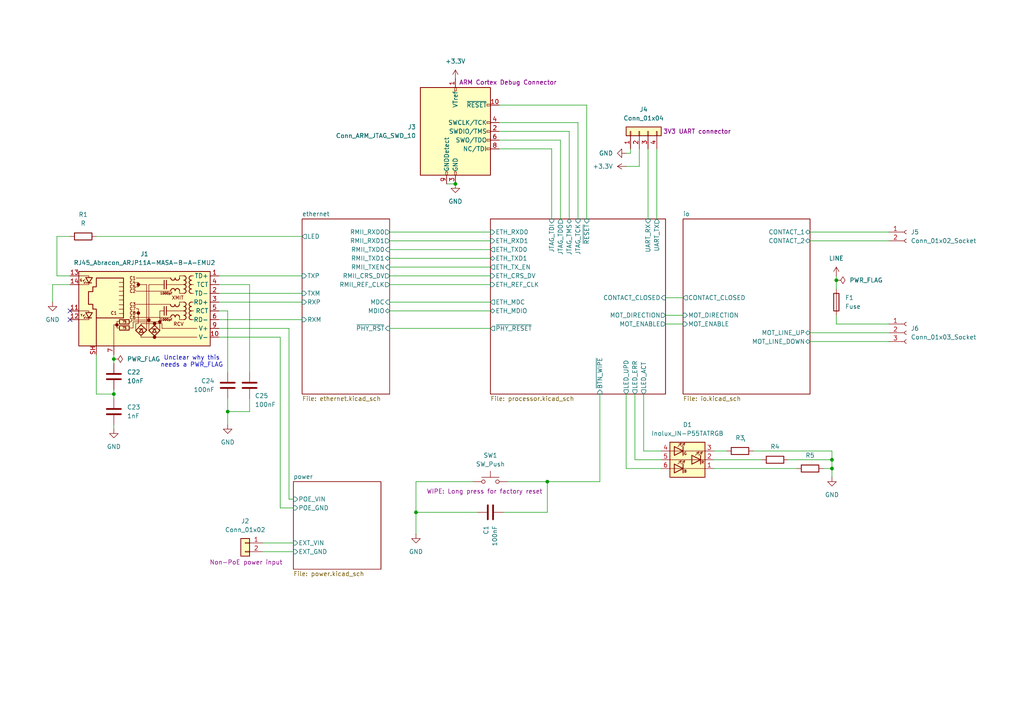
<source format=kicad_sch>
(kicad_sch (version 20250114) (generator "eeschema") (generator_version "9.0")
  (paper "A4")
  (title_block (title "iot-contact"))
  (lib_symbols
    (symbol "Connector:Conn_01x02_Socket" (pin_names (offset 1.016) (hide yes))
      (property "Reference" "J" (at 0 2.54 0))
      (property "Value" "Conn_01x02_Socket" (at 0 -5.08 0))
      (symbol "Conn_01x02_Socket_1_1"
        (polyline (pts (xy -1.27 0) (xy -0.508 0)) (stroke (width 0.1524)))
        (polyline (pts (xy -1.27 -2.54) (xy -0.508 -2.54)) (stroke (width 0.1524)))
        (arc (start 0 -0.508) (mid -0.5058 0) (end 0 0.508) (stroke (width 0.1524)))
        (arc (start 0 -3.048) (mid -0.5058 -2.54) (end 0 -2.032) (stroke (width 0.1524)))
        (pin passive line (at -5.08 0 0) (length 3.81) (name "Pin_1") (number "1"))
        (pin passive line (at -5.08 -2.54 0) (length 3.81) (name "Pin_2") (number "2"))
      )
    )
    (symbol "Connector:Conn_01x03_Socket" (pin_names (offset 1.016) (hide yes))
      (property "Reference" "J" (at 0 5.08 0))
      (property "Value" "Conn_01x03_Socket" (at 0 -5.08 0))
      (symbol "Conn_01x03_Socket_1_1"
        (polyline (pts (xy -1.27 2.54) (xy -0.508 2.54)) (stroke (width 0.1524)))
        (polyline (pts (xy -1.27 0) (xy -0.508 0)) (stroke (width 0.1524)))
        (polyline (pts (xy -1.27 -2.54) (xy -0.508 -2.54)) (stroke (width 0.1524)))
        (arc (start 0 2.032) (mid -0.5058 2.54) (end 0 3.048) (stroke (width 0.1524)))
        (arc (start 0 -0.508) (mid -0.5058 0) (end 0 0.508) (stroke (width 0.1524)))
        (arc (start 0 -3.048) (mid -0.5058 -2.54) (end 0 -2.032) (stroke (width 0.1524)))
        (pin passive line (at -5.08 2.54 0) (length 3.81) (name "Pin_1") (number "1"))
        (pin passive line (at -5.08 0 0) (length 3.81) (name "Pin_2") (number "2"))
        (pin passive line (at -5.08 -2.54 0) (length 3.81) (name "Pin_3") (number "3"))
      )
    )
    (symbol "Connector:Conn_ARM_JTAG_SWD_10" (pin_names (offset 1.016))
      (property "Reference" "J" (at -2.54 16.51 0))
      (property "Value" "Conn_ARM_JTAG_SWD_10" (at -2.54 13.97 0))
      (symbol "Conn_ARM_JTAG_SWD_10_0_1"
        (rectangle (start -10.16 12.7) (end 10.16 -12.7) (stroke (width 0.254)) (fill (type background)))
        (rectangle (start -2.794 -12.7) (end -2.286 -11.684))
        (rectangle (start -0.254 12.7) (end 0.254 11.684))
        (rectangle (start -0.254 -12.7) (end 0.254 -11.684))
        (rectangle (start 9.144 2.286) (end 10.16 2.794))
        (rectangle (start 10.16 7.874) (end 9.144 7.366))
        (rectangle (start 10.16 -0.254) (end 9.144 0.254))
        (rectangle (start 10.16 -2.794) (end 9.144 -2.286))
      )
      (symbol "Conn_ARM_JTAG_SWD_10_1_1"
        (rectangle (start 9.144 -5.334) (end 10.16 -4.826))
        (pin no_connect line (at -10.16 0 0) (length 2.54) (hide yes) (name "KEY") (number "7"))
        (pin passive line (at -2.54 -15.24 90) (length 2.54) (name "GNDDetect") (number "9"))
        (pin power_in line (at 0 15.24 270) (length 2.54) (name "VTref") (number "1"))
        (pin power_in line (at 0 -15.24 90) (length 2.54) (name "GND") (number "3"))
        (pin passive line (at 0 -15.24 90) (length 2.54) (hide yes) (name "GND") (number "5"))
        (pin open_collector line (at 12.7 7.62 180) (length 2.54) (name "~{RESET}") (number "10"))
        (pin output line (at 12.7 2.54 180) (length 2.54) (name "SWCLK/TCK") (number "4"))
        (pin bidirectional line (at 12.7 0 180) (length 2.54) (name "SWDIO/TMS") (number "2"))
        (pin input line (at 12.7 -2.54 180) (length 2.54) (name "SWO/TDO") (number "6"))
        (pin output line (at 12.7 -5.08 180) (length 2.54) (name "NC/TDI") (number "8"))
      )
    )
    (symbol "Connector:RJ45_Abracon_ARJP11A-MASA-B-A-EMU2"
      (property "Reference" "J" (at 18.415 12.7 0))
      (property "Value" "RJ45_Abracon_ARJP11A-MASA-B-A-EMU2" (at -4.445 12.7 0))
      (symbol "RJ45_Abracon_ARJP11A-MASA-B-A-EMU2_0_0"
        (polyline (pts (xy -5.08 8.89) (xy -5.08 6.35)) (stroke (width 0.254)))
        (polyline (pts (xy -5.08 1.27) (xy -5.08 -1.27)) (stroke (width 0.254)))
        (polyline (pts (xy -4.445 8.89) (xy -4.445 6.35)) (stroke (width 0.254)))
        (polyline (pts (xy -4.445 1.27) (xy -4.445 -1.27)) (stroke (width 0.254)))
        (circle (center -3.175 -3.175) (radius 0.0001) (stroke (width 0.508)))
        (circle (center -1.651 -3.683) (radius 0.0001) (stroke (width 0.508)))
        (circle (center -1.651 -7.62) (radius 0.0001) (stroke (width 0.508)))
        (circle (center 0 -2.667) (radius 0.0001) (stroke (width 0.508)))
        (circle (center 3.048 7.62) (radius 0.0001) (stroke (width 0.508)))
        (circle (center 3.048 -0.635) (radius 0.0001) (stroke (width 0.508)))
        (polyline (pts (xy 3.683 8.255) (xy 3.048 8.255) (xy 3.048 6.985) (xy 3.683 6.985)))
        (polyline (pts (xy 3.683 0.635) (xy 3.048 0.635) (xy 3.048 -0.635) (xy 3.683 -0.635)))
        (polyline (pts (xy 8.636 -4.953) (xy 9.271 -4.953) (xy 9.271 -3.048) (xy 8.636 -3.048)))
        (polyline (pts (xy 9.271 -4.064) (xy 10.16 -4.064)))
        (circle (center 9.271 -4.064) (radius 0.0001) (stroke (width 0.508)))
        (polyline (pts (xy 17.399 9.652) (xy 17.399 10.16) (xy 20.32 10.16)))
        (polyline (pts (xy 17.399 -0.508) (xy 17.399 0) (xy 20.32 0)))
        (polyline (pts (xy 20.32 7.62) (xy 17.399 7.62) (xy 17.399 8.128)))
        (polyline (pts (xy 20.32 -2.54) (xy 17.399 -2.54) (xy 17.399 -2.032)))
        (text "XMIT" (at -10.16 3.81 0) (effects (font (size 1.016 1.016)) (justify left)))
        (text "RCV" (at -10.16 -3.81 0) (effects (font (size 1.016 1.016)) (justify left)))
        (text "C1" (at 4.699 9.525 0) (effects (font (size 0.889 0.889))))
        (text "C4" (at 4.699 8.255 0) (effects (font (size 0.889 0.889))))
        (text "C5" (at 4.699 6.985 0) (effects (font (size 0.889 0.889))))
        (text "C2" (at 4.699 5.715 0) (effects (font (size 0.889 0.889))))
        (text "C3" (at 4.699 1.905 0) (effects (font (size 0.889 0.889))))
        (text "C7" (at 4.699 0.635 0) (effects (font (size 0.889 0.889))))
        (text "C8" (at 4.699 -0.635 0) (effects (font (size 0.889 0.889))))
        (text "C6" (at 4.699 -1.905 0) (effects (font (size 0.889 0.889))))
        (text "C1" (at 10.16 -0.635 0) (effects (font (size 0.889 0.889))))
      )
      (symbol "RJ45_Abracon_ARJP11A-MASA-B-A-EMU2_0_1"
        (rectangle (start -17.78 11.43) (end 20.32 -10.16) (stroke (width 0.254)) (fill (type background)))
        (polyline (pts (xy -12.3163 10.16) (xy -12.9513 10.16)))
        (polyline (pts (xy -12.3163 7.62) (xy -12.9513 7.62)))
        (polyline (pts (xy -12.3163 5.08) (xy -12.9513 5.08)))
        (polyline (pts (xy -12.3163 2.54) (xy -12.9513 2.54)))
        (polyline (pts (xy -12.3163 0) (xy -12.9513 0)))
        (polyline (pts (xy -12.3163 -2.54) (xy -12.9513 -2.54)))
        (polyline (pts (xy -10.16 10.16) (xy -8.89 10.16) (xy -8.89 9.525)))
        (polyline (pts (xy -10.16 2.54) (xy -8.89 2.54) (xy -8.89 1.905)))
        (polyline (pts (xy -8.89 5.715) (xy -8.89 5.08) (xy -10.16 5.08)))
        (polyline (pts (xy -8.89 -1.905) (xy -8.89 -2.54) (xy -10.16 -2.54)))
        (polyline (pts (xy -6.35 9.525) (xy 3.683 9.525)))
        (polyline (pts (xy -6.35 5.715) (xy 3.683 5.715)))
        (polyline (pts (xy -6.35 -1.905) (xy 3.683 -1.905)))
        (polyline (pts (xy -6.223 1.905) (xy 3.683 1.905)))
        (polyline (pts (xy -5.08 7.62) (xy -10.16 7.62)))
        (polyline (pts (xy -5.08 0) (xy -10.16 0)))
        (polyline (pts (xy -4.445 7.62) (xy 0 7.62) (xy 0 -5.715)))
        (polyline (pts (xy -4.445 0) (xy -3.175 0) (xy -3.175 -5.715)))
        (polyline (pts (xy 7.366 5.715) (xy 8.636 5.715)))
        (polyline (pts (xy 7.366 4.445) (xy 8.636 4.445)))
        (polyline (pts (xy 7.366 3.175) (xy 8.636 3.175)))
        (polyline (pts (xy 7.366 1.778) (xy 8.636 1.778)))
        (polyline (pts (xy 7.366 0.508) (xy 8.636 0.508)))
        (polyline (pts (xy 8.636 8.255) (xy 7.366 8.255)))
        (polyline (pts (xy 8.636 6.985) (xy 7.366 6.985)))
        (polyline (pts (xy 8.636 -0.762) (xy 7.366 -0.762)))
      )
      (symbol "RJ45_Abracon_ARJP11A-MASA-B-A-EMU2_1_0"
        (text "1000pF" (at -5.08 5.08 0) (effects (font (size 0.635 0.635))))
        (text "1000pF" (at -5.08 -2.54 0) (effects (font (size 0.635 0.635))))
      )
      (symbol "RJ45_Abracon_ARJP11A-MASA-B-A-EMU2_1_1"
        (polyline (pts (xy -13.97 -5.08) (xy -3.81 -5.08)))
        (polyline (pts (xy -13.97 -7.62) (xy 2.286 -7.62)))
        (arc (start -12.3163 2.54) (mid -11.684 1.905) (end -12.3163 1.27) (stroke (width 0.254)))
        (arc (start -12.3136 10.16) (mid -11.6813 9.525) (end -12.3136 8.89) (stroke (width 0.254)))
        (arc (start -12.3136 1.27) (mid -11.6813 0.635) (end -12.3136 0) (stroke (width 0.254)))
        (arc (start -12.3136 0) (mid -11.6813 -0.635) (end -12.3136 -1.27) (stroke (width 0.254)))
        (arc (start -12.3136 -1.27) (mid -11.6813 -1.905) (end -12.3136 -2.54) (stroke (width 0.254)))
        (arc (start -12.3109 8.89) (mid -11.6786 8.255) (end -12.3109 7.62) (stroke (width 0.254)))
        (arc (start -12.3109 7.62) (mid -11.6786 6.985) (end -12.3109 6.35) (stroke (width 0.254)))
        (arc (start -12.3109 6.35) (mid -11.6786 5.715) (end -12.3109 5.08) (stroke (width 0.254)))
        (arc (start -10.1654 8.89) (mid -10.7977 9.525) (end -10.1654 10.16) (stroke (width 0.254)))
        (arc (start -10.1654 7.62) (mid -10.7977 8.255) (end -10.1654 8.89) (stroke (width 0.254)))
        (arc (start -10.1654 6.35) (mid -10.7977 6.985) (end -10.1654 7.62) (stroke (width 0.254)))
        (arc (start -10.1654 1.27) (mid -10.7977 1.905) (end -10.1654 2.54) (stroke (width 0.254)))
        (arc (start -10.1654 0) (mid -10.7977 0.635) (end -10.1654 1.27) (stroke (width 0.254)))
        (arc (start -10.1654 -1.27) (mid -10.7977 -0.635) (end -10.1654 0) (stroke (width 0.254)))
        (arc (start -10.1627 5.08) (mid -10.795 5.715) (end -10.1627 6.35) (stroke (width 0.254)))
        (arc (start -10.1627 -2.54) (mid -10.795 -1.905) (end -10.1627 -1.27) (stroke (width 0.254)))
        (arc (start -7.62 9.5223) (mid -8.255 8.89) (end -8.89 9.5223) (stroke (width 0.254)))
        (arc (start -8.89 5.8447) (mid -8.255 6.477) (end -7.62 5.8447) (stroke (width 0.254)))
        (arc (start -8.89 -1.7753) (mid -8.255 -1.143) (end -7.62 -1.7753) (stroke (width 0.254)))
        (arc (start -7.5565 1.8388) (mid -8.1915 1.2065) (end -8.8265 1.8388) (stroke (width 0.254)))
        (arc (start -6.35 9.525) (mid -6.985 8.8927) (end -7.62 9.525) (stroke (width 0.254)))
        (arc (start -7.62 5.8474) (mid -6.985 6.4797) (end -6.35 5.8474) (stroke (width 0.254)))
        (arc (start -7.62 -1.7726) (mid -6.985 -1.1403) (end -6.35 -1.7726) (stroke (width 0.254)))
        (arc (start -6.2865 1.8415) (mid -6.9215 1.2092) (end -7.5565 1.8415) (stroke (width 0.254)))
        (polyline (pts (xy -3.81 -5.08) (xy -3.81 -3.683) (xy -1.651 -3.683)))
        (polyline (pts (xy -2.159 -5.207) (xy -1.016 -5.207)) (stroke (width 0.254)))
        (polyline (pts (xy -2.159 -6.223) (xy -1.016 -6.223) (xy -1.651 -5.207) (xy -2.159 -6.223)) (stroke (width 0.254)))
        (polyline (pts (xy -1.905 -3.683) (xy -1.651 -3.683) (xy -1.651 -4.191)))
        (polyline (pts (xy -1.651 -3.683) (xy 2.286 -3.683) (xy 2.286 -4.064)))
        (polyline (pts (xy -1.651 -4.191) (xy -3.175 -5.715) (xy -1.651 -7.239) (xy 0 -5.715) (xy -1.651 -4.191)) (stroke (width 0.254)))
        (polyline (pts (xy -1.651 -7.239) (xy -1.651 -7.493)))
        (polyline (pts (xy 1.651 -5.207) (xy 2.794 -5.207)) (stroke (width 0.254)))
        (polyline (pts (xy 1.651 -6.223) (xy 2.794 -6.223) (xy 2.159 -5.207) (xy 1.651 -6.223)) (stroke (width 0.254)))
        (polyline (pts (xy 2.286 -4.064) (xy 0.635 -5.588) (xy 2.286 -7.112) (xy 3.81 -5.715) (xy 2.286 -4.064)) (stroke (width 0.254)))
        (polyline (pts (xy 2.286 -7.112) (xy 2.286 -7.62)))
        (polyline (pts (xy 3.048 7.62) (xy 0.635 7.62) (xy 0.635 -5.588)))
        (polyline (pts (xy 3.048 -0.508) (xy 3.048 -3.683) (xy 3.81 -3.683) (xy 3.81 -5.715)))
        (polyline (pts (xy 5.715 -3.175) (xy 5.08 -3.175) (xy 5.08 -2.667) (xy 0 -2.667)))
        (polyline (pts (xy 5.715 -4.953) (xy 4.572 -4.953) (xy 4.572 -3.175) (xy -3.175 -3.175)))
        (polyline (pts (xy 7.366 -2.032) (xy 7.366 9.525) (xy 15.24 9.525) (xy 15.24 6.985) (xy 16.256 6.985) (xy 16.256 5.588) (xy 17.526 5.588) (xy 17.526 1.905) (xy 16.256 1.905) (xy 16.256 0.508) (xy 15.24 0.508) (xy 15.24 -2.032) (xy 7.366 -2.032)) (stroke (width 0.254)))
        (rectangle (start 8.509 -3.81) (end 5.715 -2.54) (stroke (width 0.254)))
        (rectangle (start 8.509 -5.588) (end 5.715 -4.318) (stroke (width 0.254)))
        (polyline (pts (xy 10.16 -4.064) (xy 10.16 -10.16)))
        (polyline (pts (xy 15.24 -10.16) (xy 15.24 -2.032)) (stroke (width 0.254)))
        (polyline (pts (xy 18.161 8.128) (xy 16.637 8.128)) (stroke (width 0.254)))
        (polyline (pts (xy 18.161 -2.032) (xy 16.637 -2.032)) (stroke (width 0.254)))
        (polyline (pts (xy 18.288 9.652) (xy 16.383 9.652) (xy 17.399 8.128) (xy 18.288 9.652)) (stroke (width 0.254)))
        (polyline (pts (xy 18.288 8.509) (xy 18.796 8.001) (xy 18.542 8.001)))
        (polyline (pts (xy 18.288 -0.508) (xy 16.383 -0.508) (xy 17.399 -2.032) (xy 18.288 -0.508)) (stroke (width 0.254)))
        (polyline (pts (xy 18.288 -1.651) (xy 18.796 -2.159) (xy 18.542 -2.159)))
        (polyline (pts (xy 18.542 9.144) (xy 19.05 8.636) (xy 18.796 8.636)))
        (polyline (pts (xy 18.542 -1.016) (xy 19.05 -1.524) (xy 18.796 -1.524)))
        (polyline (pts (xy 18.796 8.001) (xy 18.796 8.255)))
        (polyline (pts (xy 18.796 -2.159) (xy 18.796 -1.905)))
        (polyline (pts (xy 19.05 8.636) (xy 19.05 8.89)))
        (polyline (pts (xy 19.05 -1.524) (xy 19.05 -1.27)))
        (text "75" (at 7.112 -3.175 0) (effects (font (size 0.635 0.635))))
        (text "75" (at 7.112 -4.953 0) (effects (font (size 0.635 0.635))))
        (text "Y" (at 19.558 -1.27 0) (effects (font (size 0.635 0.635))))
        (text "G" (at 19.685 8.89 0) (effects (font (size 0.635 0.635))))
        (pin passive line (at -20.32 10.16 0) (length 2.54) (name "TD+") (number "1"))
        (pin passive line (at -20.32 7.62 0) (length 2.54) (name "TCT") (number "4"))
        (pin passive line (at -20.32 5.08 0) (length 2.54) (name "TD-") (number "2"))
        (pin passive line (at -20.32 2.54 0) (length 2.54) (name "RD+") (number "3"))
        (pin passive line (at -20.32 0 0) (length 2.54) (name "RCT") (number "5"))
        (pin passive line (at -20.32 -2.54 0) (length 2.54) (name "RD-") (number "6"))
        (pin power_out line (at -20.32 -5.08 0) (length 2.54) (name "V+") (number "9"))
        (pin power_out line (at -20.32 -7.62 0) (length 2.54) (name "V-") (number "10"))
        (pin power_in line (at 10.16 -12.7 90) (length 2.54) (name "") (number "7"))
        (pin passive line (at 15.24 -12.7 90) (length 2.54) (name "") (number "SH"))
        (pin no_connect line (at 20.32 5.08 0) (length 0) (hide yes) (name "NC") (number "8"))
        (pin passive line (at 22.86 10.16 180) (length 2.54) (name "") (number "13"))
        (pin passive line (at 22.86 7.62 180) (length 2.54) (name "") (number "14"))
        (pin passive line (at 22.86 0 180) (length 2.54) (name "") (number "11"))
        (pin passive line (at 22.86 -2.54 180) (length 2.54) (name "") (number "12"))
      )
    )
    (symbol "Connector_Generic:Conn_01x02" (pin_names (offset 1.016) (hide yes))
      (property "Reference" "J" (at 0 2.54 0))
      (property "Value" "Conn_01x02" (at 0 -5.08 0))
      (symbol "Conn_01x02_1_1"
        (rectangle (start -1.27 1.27) (end 1.27 -3.81) (stroke (width 0.254)) (fill (type background)))
        (rectangle (start -1.27 0.127) (end 0 -0.127) (stroke (width 0.1524)))
        (rectangle (start -1.27 -2.413) (end 0 -2.667) (stroke (width 0.1524)))
        (pin passive line (at -5.08 0 0) (length 3.81) (name "Pin_1") (number "1"))
        (pin passive line (at -5.08 -2.54 0) (length 3.81) (name "Pin_2") (number "2"))
      )
    )
    (symbol "Connector_Generic:Conn_01x04" (pin_names (offset 1.016) (hide yes))
      (property "Reference" "J" (at 0 5.08 0))
      (property "Value" "Conn_01x04" (at 0 -7.62 0))
      (symbol "Conn_01x04_1_1"
        (rectangle (start -1.27 3.81) (end 1.27 -6.35) (stroke (width 0.254)) (fill (type background)))
        (rectangle (start -1.27 2.667) (end 0 2.413) (stroke (width 0.1524)))
        (rectangle (start -1.27 0.127) (end 0 -0.127) (stroke (width 0.1524)))
        (rectangle (start -1.27 -2.413) (end 0 -2.667) (stroke (width 0.1524)))
        (rectangle (start -1.27 -4.953) (end 0 -5.207) (stroke (width 0.1524)))
        (pin passive line (at -5.08 2.54 0) (length 3.81) (name "Pin_1") (number "1"))
        (pin passive line (at -5.08 0 0) (length 3.81) (name "Pin_2") (number "2"))
        (pin passive line (at -5.08 -2.54 0) (length 3.81) (name "Pin_3") (number "3"))
        (pin passive line (at -5.08 -5.08 0) (length 3.81) (name "Pin_4") (number "4"))
      )
    )
    (symbol "Device:C" (pin_numbers (hide yes)) (pin_names (offset 0.254))
      (property "Reference" "C" (at 0.635 2.54 0))
      (property "Value" "C" (at 0.635 -2.54 0))
      (symbol "C_0_1"
        (polyline (pts (xy -2.032 0.762) (xy 2.032 0.762)) (stroke (width 0.508)))
        (polyline (pts (xy -2.032 -0.762) (xy 2.032 -0.762)) (stroke (width 0.508)))
      )
      (symbol "C_1_1"
        (pin passive line (at 0 3.81 270) (length 2.794) (name "~") (number "1"))
        (pin passive line (at 0 -3.81 90) (length 2.794) (name "~") (number "2"))
      )
    )
    (symbol "Device:Fuse" (pin_numbers (hide yes)) (pin_names (offset 0))
      (property "Reference" "F" (at 2.032 0 90))
      (property "Value" "Fuse" (at -1.905 0 90))
      (symbol "Fuse_0_1"
        (rectangle (start -0.762 -2.54) (end 0.762 2.54) (stroke (width 0.254)))
        (polyline (pts (xy 0 2.54) (xy 0 -2.54)))
      )
      (symbol "Fuse_1_1"
        (pin passive line (at 0 3.81 270) (length 1.27) (name "~") (number "1"))
        (pin passive line (at 0 -3.81 90) (length 1.27) (name "~") (number "2"))
      )
    )
    (symbol "Device:R" (pin_numbers (hide yes)) (pin_names (offset 0))
      (property "Reference" "R" (at 2.032 0 90))
      (property "Value" "R" (at 0 0 90))
      (symbol "R_0_1"
        (rectangle (start -1.016 -2.54) (end 1.016 2.54) (stroke (width 0.254)))
      )
      (symbol "R_1_1"
        (pin passive line (at 0 3.81 270) (length 1.27) (name "~") (number "1"))
        (pin passive line (at 0 -3.81 90) (length 1.27) (name "~") (number "2"))
      )
    )
    (symbol "LED:Inolux_IN-P55TATRGB" (pin_names (hide yes))
      (property "Reference" "D" (at -5.08 6.35 0))
      (property "Value" "Inolux_IN-P55TATRGB" (at -5.08 -6.35 0))
      (symbol "Inolux_IN-P55TATRGB_0_0"
        (text "B" (at -0.635 -3.3274 0) (effects (font (size 0.762 0.762))))
      )
      (symbol "Inolux_IN-P55TATRGB_0_1"
        (rectangle (start -5.08 5.08) (end 5.08 -5.08) (stroke (width 0.254)) (fill (type background)))
        (polyline (pts (xy -5.08 2.54) (xy 5.08 2.54)))
        (polyline (pts (xy -5.08 0) (xy 5.08 0)))
        (polyline (pts (xy -5.08 -2.54) (xy 5.08 -2.54)))
        (polyline (pts (xy -3.81 3.81) (xy -3.81 1.27) (xy -1.27 2.54) (xy -3.81 3.81)) (stroke (width 0.254)))
        (polyline (pts (xy -3.81 -1.27) (xy -3.81 -3.81) (xy -1.27 -2.54) (xy -3.81 -1.27)) (stroke (width 0.254)))
        (polyline (pts (xy -2.794 3.81) (xy -1.778 4.826)))
        (polyline (pts (xy -2.794 -1.27) (xy -1.778 -0.254)))
        (polyline (pts (xy -2.54 4.572) (xy -1.778 4.826) (xy -2.032 4.064)))
        (polyline (pts (xy -2.032 -1.016) (xy -1.778 -0.254) (xy -2.54 -0.508)))
        (polyline (pts (xy -1.778 3.81) (xy -0.762 4.826)))
        (polyline (pts (xy -1.778 -1.27) (xy -0.762 -0.254)))
        (polyline (pts (xy -1.524 4.572) (xy -0.762 4.826) (xy -1.016 4.064)))
        (polyline (pts (xy -1.524 -0.508) (xy -0.762 -0.254) (xy -1.016 -1.016)))
        (polyline (pts (xy -1.27 3.81) (xy -1.27 1.27)) (stroke (width 0.254)))
        (polyline (pts (xy -1.27 -1.27) (xy -1.27 -3.81)) (stroke (width 0.254)))
        (polyline (pts (xy 1.27 1.27) (xy 1.27 -1.27) (xy 3.81 0) (xy 1.27 1.27)) (stroke (width 0.254)))
        (polyline (pts (xy 2.286 1.27) (xy 3.302 2.286)))
        (polyline (pts (xy 3.048 1.524) (xy 3.302 2.286) (xy 2.54 2.032)))
        (polyline (pts (xy 3.302 1.27) (xy 4.318 2.286)))
        (polyline (pts (xy 3.556 2.032) (xy 4.318 2.286) (xy 4.064 1.524)))
        (polyline (pts (xy 3.81 1.27) (xy 3.81 -1.27)) (stroke (width 0.254)))
      )
      (symbol "Inolux_IN-P55TATRGB_1_0"
        (text "G" (at -0.635 1.8034 0) (effects (font (size 0.762 0.762))))
        (text "R" (at 4.4196 -0.7112 0) (effects (font (size 0.762 0.762))))
      )
      (symbol "Inolux_IN-P55TATRGB_1_1"
        (pin passive line (at -7.62 2.54 0) (length 2.54) (name "AG") (number "4"))
        (pin passive line (at -7.62 0 0) (length 2.54) (name "AR") (number "5"))
        (pin passive line (at -7.62 -2.54 0) (length 2.54) (name "AB") (number "6"))
        (pin passive line (at 7.62 2.54 180) (length 2.54) (name "KG") (number "3"))
        (pin passive line (at 7.62 0 180) (length 2.54) (name "KR") (number "2"))
        (pin passive line (at 7.62 -2.54 180) (length 2.54) (name "KB") (number "1"))
      )
    )
    (symbol "Switch:SW_Push" (pin_numbers (hide yes)) (pin_names (offset 1.016) (hide yes))
      (property "Reference" "SW" (at 1.27 2.54 0))
      (property "Value" "SW_Push" (at 0 -1.524 0))
      (symbol "SW_Push_0_1"
        (circle (center -2.032 0) (radius 0.508))
        (polyline (pts (xy 0 1.27) (xy 0 3.048)))
        (circle (center 2.032 0) (radius 0.508))
        (polyline (pts (xy 2.54 1.27) (xy -2.54 1.27)))
        (pin passive line (at -5.08 0 0) (length 2.54) (name "1") (number "1"))
        (pin passive line (at 5.08 0 180) (length 2.54) (name "2") (number "2"))
      )
    )
    (symbol "power:+3.3V" (power) (pin_numbers (hide yes)) (pin_names (offset 0) (hide yes))
      (property "Value" "+3.3V" (at 0 3.556 0))
      (symbol "+3.3V_0_1"
        (polyline (pts (xy -0.762 1.27) (xy 0 2.54)))
        (polyline (pts (xy 0 2.54) (xy 0.762 1.27)))
        (polyline (pts (xy 0 0) (xy 0 2.54)))
      )
      (symbol "+3.3V_1_1"
        (pin power_in line (at 0 0 90) (length 0) (name "~") (number "1"))
      )
    )
    (symbol "power:GND" (power) (pin_numbers (hide yes)) (pin_names (offset 0) (hide yes))
      (property "Value" "GND" (at 0 -3.81 0))
      (symbol "GND_0_1"
        (polyline (pts (xy 0 0) (xy 0 -1.27) (xy 1.27 -1.27) (xy 0 -2.54) (xy -1.27 -1.27) (xy 0 -1.27)))
      )
      (symbol "GND_1_1"
        (pin power_in line (at 0 0 270) (length 0) (name "~") (number "1"))
      )
    )
    (symbol "power:LINE" (power) (pin_numbers (hide yes)) (pin_names (offset 0) (hide yes))
      (property "Value" "LINE" (at 0 3.556 0))
      (symbol "LINE_0_1"
        (polyline (pts (xy -0.762 1.27) (xy 0 2.54)))
        (polyline (pts (xy 0 2.54) (xy 0.762 1.27)))
        (polyline (pts (xy 0 0) (xy 0 2.54)))
      )
      (symbol "LINE_1_1"
        (pin power_in line (at 0 0 90) (length 0) (name "~") (number "1"))
      )
    )
    (symbol "power:PWR_FLAG" (power) (pin_numbers (hide yes)) (pin_names (offset 0) (hide yes))
      (property "Value" "PWR_FLAG" (at 0 3.81 0))
      (symbol "PWR_FLAG_0_0"
        (pin power_out line (at 0 0 90) (length 0) (name "~") (number "1"))
      )
      (symbol "PWR_FLAG_0_1"
        (polyline (pts (xy 0 0) (xy 0 1.27) (xy -1.016 1.905) (xy 0 2.54) (xy 1.016 1.905) (xy 0 1.27)))
      )
    )
  )
  (text "Unclear why this\nneeds a PWR_FLAG" (at 55.626 104.902 0) (effects (font (size 1.27 1.27))))
  (junction (at 120.65 148.59))
  (junction (at 241.3 133.35))
  (junction (at 242.57 81.28))
  (junction (at 66.04 119.38))
  (junction (at 158.75 139.7))
  (junction (at 33.02 104.14))
  (junction (at 241.3 135.89))
  (junction (at 132.08 53.34))
  (junction (at 33.02 114.3))
  (no_connect (at 20.32 90.17))
  (no_connect (at 20.32 92.71))
  (wire (pts (xy 162.56 40.64) (xy 162.56 63.5)))
  (wire (pts (xy 190.5 43.18) (xy 190.5 63.5)))
  (wire (pts (xy 120.65 139.7) (xy 137.16 139.7)))
  (wire (pts (xy 120.65 139.7) (xy 120.65 148.59)))
  (wire (pts (xy 113.03 69.85) (xy 142.24 69.85)))
  (wire (pts (xy 33.02 105.41) (xy 33.02 104.14)))
  (wire (pts (xy 234.95 67.31) (xy 257.81 67.31)))
  (wire (pts (xy 113.03 74.93) (xy 142.24 74.93)))
  (wire (pts (xy 228.6 133.35) (xy 241.3 133.35)))
  (wire (pts (xy 181.61 114.3) (xy 181.61 135.89)))
  (wire (pts (xy 185.42 48.26) (xy 181.61 48.26)))
  (wire (pts (xy 158.75 148.59) (xy 158.75 139.7)))
  (wire (pts (xy 207.01 130.81) (xy 210.82 130.81)))
  (wire (pts (xy 147.32 139.7) (xy 158.75 139.7)))
  (wire (pts (xy 113.03 95.25) (xy 142.24 95.25)))
  (wire (pts (xy 241.3 135.89) (xy 241.3 138.43)))
  (wire (pts (xy 20.32 82.55) (xy 15.24 82.55)))
  (wire (pts (xy 181.61 135.89) (xy 191.77 135.89)))
  (wire (pts (xy 144.78 35.56) (xy 167.64 35.56)))
  (wire (pts (xy 158.75 139.7) (xy 173.99 139.7)))
  (wire (pts (xy 193.04 86.36) (xy 198.12 86.36)))
  (wire (pts (xy 144.78 30.48) (xy 170.18 30.48)))
  (wire (pts (xy 170.18 30.48) (xy 170.18 63.5)))
  (wire (pts (xy 16.51 68.58) (xy 16.51 80.01)))
  (wire (pts (xy 173.99 114.3) (xy 173.99 139.7)))
  (wire (pts (xy 27.94 68.58) (xy 87.63 68.58)))
  (wire (pts (xy 66.04 90.17) (xy 66.04 107.95)))
  (wire (pts (xy 186.69 130.81) (xy 191.77 130.81)))
  (wire (pts (xy 113.03 77.47) (xy 142.24 77.47)))
  (wire (pts (xy 234.95 69.85) (xy 257.81 69.85)))
  (wire (pts (xy 186.69 114.3) (xy 186.69 130.81)))
  (wire (pts (xy 33.02 114.3) (xy 33.02 115.57)))
  (wire (pts (xy 129.54 53.34) (xy 132.08 53.34)))
  (wire (pts (xy 16.51 80.01) (xy 20.32 80.01)))
  (wire (pts (xy 72.39 82.55) (xy 72.39 107.95)))
  (wire (pts (xy 72.39 119.38) (xy 66.04 119.38)))
  (wire (pts (xy 33.02 123.19) (xy 33.02 124.46)))
  (wire (pts (xy 144.78 40.64) (xy 162.56 40.64)))
  (wire (pts (xy 241.3 133.35) (xy 241.3 135.89)))
  (wire (pts (xy 81.28 97.79) (xy 81.28 147.32)))
  (wire (pts (xy 63.5 82.55) (xy 72.39 82.55)))
  (wire (pts (xy 242.57 93.98) (xy 257.81 93.98)))
  (wire (pts (xy 238.76 135.89) (xy 241.3 135.89)))
  (wire (pts (xy 181.61 44.45) (xy 182.88 44.45)))
  (wire (pts (xy 33.02 114.3) (xy 33.02 113.03)))
  (wire (pts (xy 187.96 43.18) (xy 187.96 63.5)))
  (wire (pts (xy 63.5 95.25) (xy 83.82 95.25)))
  (wire (pts (xy 66.04 119.38) (xy 66.04 123.19)))
  (wire (pts (xy 63.5 92.71) (xy 87.63 92.71)))
  (wire (pts (xy 242.57 80.01) (xy 242.57 81.28)))
  (wire (pts (xy 185.42 43.18) (xy 185.42 48.26)))
  (wire (pts (xy 144.78 43.18) (xy 160.02 43.18)))
  (wire (pts (xy 72.39 115.57) (xy 72.39 119.38)))
  (wire (pts (xy 182.88 44.45) (xy 182.88 43.18)))
  (wire (pts (xy 120.65 148.59) (xy 120.65 154.94)))
  (wire (pts (xy 76.2 160.02) (xy 85.09 160.02)))
  (wire (pts (xy 165.1 38.1) (xy 165.1 63.5)))
  (wire (pts (xy 113.03 67.31) (xy 142.24 67.31)))
  (wire (pts (xy 218.44 130.81) (xy 241.3 130.81)))
  (wire (pts (xy 63.5 97.79) (xy 81.28 97.79)))
  (wire (pts (xy 193.04 91.44) (xy 198.12 91.44)))
  (wire (pts (xy 83.82 144.78) (xy 85.09 144.78)))
  (wire (pts (xy 184.15 133.35) (xy 191.77 133.35)))
  (wire (pts (xy 113.03 80.01) (xy 142.24 80.01)))
  (wire (pts (xy 167.64 35.56) (xy 167.64 63.5)))
  (wire (pts (xy 63.5 80.01) (xy 87.63 80.01)))
  (wire (pts (xy 113.03 87.63) (xy 142.24 87.63)))
  (wire (pts (xy 242.57 91.44) (xy 242.57 93.98)))
  (wire (pts (xy 113.03 90.17) (xy 142.24 90.17)))
  (wire (pts (xy 144.78 38.1) (xy 165.1 38.1)))
  (wire (pts (xy 66.04 115.57) (xy 66.04 119.38)))
  (wire (pts (xy 160.02 43.18) (xy 160.02 63.5)))
  (wire (pts (xy 76.2 157.48) (xy 85.09 157.48)))
  (wire (pts (xy 27.94 114.3) (xy 33.02 114.3)))
  (wire (pts (xy 113.03 82.55) (xy 142.24 82.55)))
  (wire (pts (xy 184.15 114.3) (xy 184.15 133.35)))
  (wire (pts (xy 207.01 133.35) (xy 220.98 133.35)))
  (wire (pts (xy 193.04 93.98) (xy 198.12 93.98)))
  (wire (pts (xy 81.28 147.32) (xy 85.09 147.32)))
  (wire (pts (xy 63.5 90.17) (xy 66.04 90.17)))
  (wire (pts (xy 241.3 130.81) (xy 241.3 133.35)))
  (wire (pts (xy 20.32 68.58) (xy 16.51 68.58)))
  (wire (pts (xy 146.05 148.59) (xy 158.75 148.59)))
  (wire (pts (xy 113.03 72.39) (xy 142.24 72.39)))
  (wire (pts (xy 242.57 81.28) (xy 242.57 83.82)))
  (wire (pts (xy 27.94 102.87) (xy 27.94 114.3)))
  (wire (pts (xy 234.95 96.52) (xy 257.81 96.52)))
  (wire (pts (xy 15.24 82.55) (xy 15.24 87.63)))
  (wire (pts (xy 83.82 95.25) (xy 83.82 144.78)))
  (wire (pts (xy 138.43 148.59) (xy 120.65 148.59)))
  (wire (pts (xy 234.95 99.06) (xy 257.81 99.06)))
  (wire (pts (xy 33.02 102.87) (xy 33.02 104.14)))
  (wire (pts (xy 63.5 85.09) (xy 87.63 85.09)))
  (wire (pts (xy 207.01 135.89) (xy 231.14 135.89)))
  (wire (pts (xy 63.5 87.63) (xy 87.63 87.63)))
  (symbol (lib_id "Device:R") (at 234.95 135.89 270) (unit 1)
    (property "Reference" "R5" (at 234.95 132.08 90))
    (property "Description" "Resistor" (effects (hide yes)))
  )
  (symbol (lib_id "Connector:RJ45_Abracon_ARJP11A-MASA-B-A-EMU2") (at 43.18 90.17 0) (mirror y) (unit 1)
    (property "Reference" "J1" (at 41.91 73.66 0))
    (property "Value" "RJ45_Abracon_ARJP11A-MASA-B-A-EMU2" (at 41.91 76.2 0))
    (property "Footprint" "Connector_RJ:RJ45_Abracon_ARJP11A-MA_Horizontal" (effects (hide yes)))
    (property "Datasheet" "https://abracon.com/Magnetics/lan/ARJP11A.PDF" (effects (hide yes)))
    (property "Description" "RJ45 PoE 10/100 Base-TX Jack with Magnetic Module" (effects (hide yes)))
  )
  (symbol (lib_id "power:PWR_FLAG") (at 33.02 104.14 270) (unit 1)
    (property "Reference" "#FLG07" (effects (hide yes)))
    (property "Value" "PWR_FLAG" (at 36.83 104.1399 90) (effects (justify left)))
    (property "Description" "Special symbol for telling ERC where power comes from" (effects (hide yes)))
  )
  (symbol (lib_id "Device:C") (at 72.39 111.76 0) (unit 1)
    (property "Reference" "C25" (at 73.914 114.808 0) (effects (justify left)))
    (property "Value" "100nF" (at 73.914 117.348 0) (effects (justify left)))
    (property "Description" "Unpolarized capacitor" (effects (hide yes)))
  )
  (symbol (lib_id "power:GND") (at 33.02 124.46 0) (unit 1)
    (property "Reference" "#PWR026" (effects (hide yes)))
    (property "Value" "GND" (at 33.02 129.54 0))
    (property "Description" "Power symbol creates a global label with name \"GND\" , ground" (effects (hide yes)))
  )
  (symbol (lib_id "Switch:SW_Push") (at 142.24 139.7 0) (mirror y) (unit 1)
    (property "Reference" "SW1" (at 142.24 132.08 0))
    (property "Value" "SW_Push" (at 142.24 134.62 0))
    (property "Footprint" "Button_Switch_SMD:SW_SPST_TL3305B" (effects (hide yes)))
    (property "Datasheet" "https://www.e-switch.com/wp-content/uploads/2024/08/TL3305.pdf" (effects (hide yes)))
    (property "Description" "WIPE: Long press for factory reset" (at 123.698 142.494 0) (effects (justify right)))
    (property "MPN" "TL3305BF260QG" (effects (hide yes)))
    (property "Manufacturer" "E-Switch" (effects (hide yes)))
  )
  (symbol (lib_id "power:+3.3V") (at 132.08 22.86 0) (unit 1)
    (property "Reference" "#PWR03" (effects (hide yes)))
    (property "Value" "+3.3V" (at 132.08 17.78 0))
    (property "Description" "Power symbol creates a global label with name \"+3.3V\"" (effects (hide yes)))
  )
  (symbol (lib_id "Device:C") (at 66.04 111.76 0) (mirror y) (unit 1)
    (property "Reference" "C24" (at 62.23 110.4899 0) (effects (justify left)))
    (property "Value" "100nF" (at 62.23 113.0299 0) (effects (justify left)))
    (property "Description" "Unpolarized capacitor" (effects (hide yes)))
  )
  (symbol (lib_id "Connector_Generic:Conn_01x04") (at 185.42 38.1 90) (unit 1)
    (property "Reference" "J4" (at 186.69 31.75 90))
    (property "Value" "Conn_01x04" (at 186.69 34.29 90))
    (property "Footprint" "Connector_PinHeader_2.54mm:PinHeader_1x04_P2.54mm_Vertical" (effects (hide yes)))
    (property "Description" "3V3 UART connector" (at 202.184 38.1 90))
  )
  (symbol (lib_id "LED:Inolux_IN-P55TATRGB") (at 199.39 133.35 0) (unit 1)
    (property "Reference" "D1" (at 199.39 123.19 0))
    (property "Value" "Inolux_IN-P55TATRGB" (at 199.39 125.73 0))
    (property "Footprint" "LED_SMD:LED_Inolux_IN-P55TATRGB_PLCC6_5.0x5.5mm_P1.8mm" (effects (hide yes)))
    (property "Datasheet" "https://www.inolux-corp.com/datasheet/SMDLED/RGB%20Top%20View/IN-P55TATRGB.pdf" (effects (hide yes)))
    (property "Description" "Inolux RGB LED, PLCC-6" (effects (hide yes)))
  )
  (symbol (lib_id "Device:C") (at 33.02 119.38 0) (unit 1)
    (property "Reference" "C23" (at 36.83 118.1099 0) (effects (justify left)))
    (property "Value" "1nF" (at 36.83 120.6499 0) (effects (justify left)))
    (property "Description" "Unpolarized capacitor" (effects (hide yes)))
  )
  (symbol (lib_id "Connector:Conn_01x03_Socket") (at 262.89 96.52 0) (unit 1)
    (property "Reference" "J6" (at 264.16 95.2499 0) (effects (justify left)))
    (property "Value" "Conn_01x03_Socket" (at 264.16 97.7899 0) (effects (justify left)))
    (property "Footprint" "TerminalBlock_WAGO:TerminalBlock_WAGO_236-403_1x03_P5.00mm_45Degree" (effects (hide yes)))
    (property "Description" "Generic connector, single row, 01x03, script generated" (effects (hide yes)))
  )
  (symbol (lib_id "Connector:Conn_ARM_JTAG_SWD_10") (at 132.08 38.1 0) (unit 1)
    (property "Reference" "J3" (at 120.65 36.8299 0) (effects (justify right)))
    (property "Value" "Conn_ARM_JTAG_SWD_10" (at 120.65 39.3699 0) (effects (justify right)))
    (property "Datasheet" "https://mm.digikey.com/Volume0/opasdata/d220001/medias/docus/6209/ftsh-1xx-xx-xxx-dv-xxx-xxx-x-xx-mkt.pdf" (effects (hide yes)))
    (property "Description" "ARM Cortex Debug Connector" (at 147.32 23.876 0))
    (property "MPN" "FTSH-105-01-L-DV-007-K-TR" (effects (hide yes)))
    (property "Manufacturer" "samtec" (effects (hide yes)))
  )
  (symbol (lib_id "Device:Fuse") (at 242.57 87.63 0) (unit 1)
    (property "Reference" "F1" (at 245.11 86.3599 0) (effects (justify left)))
    (property "Value" "Fuse" (at 245.11 88.8999 0) (effects (justify left)))
    (property "Footprint" "Fuse:Fuseholder_Cylinder-5x20mm_Schurter_OGN-SMD_Horizontal_Open" (effects (hide yes)))
    (property "Description" "Fuse" (effects (hide yes)))
  )
  (symbol (lib_id "Connector_Generic:Conn_01x02") (at 71.12 157.48 0) (mirror y) (unit 1)
    (property "Reference" "J2" (at 71.12 151.13 0))
    (property "Value" "Conn_01x02" (at 71.12 153.67 0))
    (property "Footprint" "Connector_PinHeader_2.54mm:PinHeader_1x02_P2.54mm_Vertical" (effects (hide yes)))
    (property "Description" "Non-PoE power input" (at 71.374 163.068 0))
  )
  (symbol (lib_id "power:PWR_FLAG") (at 242.57 81.28 270) (unit 1)
    (property "Reference" "#FLG06" (effects (hide yes)))
    (property "Value" "PWR_FLAG" (at 246.38 81.2799 90) (effects (justify left)))
    (property "Description" "Special symbol for telling ERC where power comes from" (effects (hide yes)))
  )
  (symbol (lib_id "power:GND") (at 120.65 154.94 0) (unit 1)
    (property "Reference" "#PWR02" (effects (hide yes)))
    (property "Value" "GND" (at 120.65 160.02 0))
    (property "Description" "Power symbol creates a global label with name \"GND\" , ground" (effects (hide yes)))
  )
  (symbol (lib_id "Device:R") (at 214.63 130.81 90) (unit 1)
    (property "Reference" "R3" (at 214.63 127 90))
    (property "Value" "~" (at 215.8999 128.27 0) (effects (justify left)))
    (property "Description" "Resistor" (effects (hide yes)))
  )
  (symbol (lib_id "power:GND") (at 132.08 53.34 0) (unit 1)
    (property "Reference" "#PWR04" (effects (hide yes)))
    (property "Value" "GND" (at 132.08 58.42 0))
    (property "Description" "Power symbol creates a global label with name \"GND\" , ground" (effects (hide yes)))
  )
  (symbol (lib_id "Device:C") (at 33.02 109.22 0) (unit 1)
    (property "Reference" "C22" (at 36.83 107.9499 0) (effects (justify left)))
    (property "Value" "10nF" (at 36.83 110.4899 0) (effects (justify left)))
    (property "Description" "Unpolarized capacitor" (effects (hide yes)))
  )
  (symbol (lib_id "power:GND") (at 66.04 123.19 0) (unit 1)
    (property "Reference" "#PWR027" (effects (hide yes)))
    (property "Value" "GND" (at 66.04 128.27 0))
    (property "Description" "Power symbol creates a global label with name \"GND\" , ground" (effects (hide yes)))
  )
  (symbol (lib_id "power:GND") (at 241.3 138.43 0) (unit 1)
    (property "Reference" "#PWR08" (effects (hide yes)))
    (property "Value" "GND" (at 241.3 143.51 0))
    (property "Description" "Power symbol creates a global label with name \"GND\" , ground" (effects (hide yes)))
  )
  (symbol (lib_id "Connector:Conn_01x02_Socket") (at 262.89 67.31 0) (unit 1)
    (property "Reference" "J5" (at 264.16 67.3099 0) (effects (justify left)))
    (property "Value" "Conn_01x02_Socket" (at 264.16 69.8499 0) (effects (justify left)))
    (property "Footprint" "TerminalBlock_WAGO:TerminalBlock_WAGO_236-402_1x02_P5.00mm_45Degree" (effects (hide yes)))
    (property "Description" "Generic connector, single row, 01x02, script generated" (effects (hide yes)))
  )
  (symbol (lib_id "power:+3.3V") (at 181.61 48.26 90) (unit 1)
    (property "Reference" "#PWR05" (effects (hide yes)))
    (property "Value" "+3.3V" (at 177.8 48.2599 90) (effects (justify left)))
    (property "Description" "Power symbol creates a global label with name \"+3.3V\"" (effects (hide yes)))
  )
  (symbol (lib_id "power:GND") (at 181.61 44.45 270) (unit 1)
    (property "Reference" "#PWR06" (effects (hide yes)))
    (property "Value" "GND" (at 177.8 44.4499 90) (effects (justify right)))
    (property "Description" "Power symbol creates a global label with name \"GND\" , ground" (effects (hide yes)))
  )
  (symbol (lib_id "Device:C") (at 142.24 148.59 90) (mirror x) (unit 1)
    (property "Reference" "C1" (at 140.9699 152.4 0) (effects (justify left)))
    (property "Value" "100nF" (at 143.5099 152.4 0) (effects (justify left)))
    (property "Description" "Unpolarized capacitor" (effects (hide yes)))
  )
  (symbol (lib_id "power:GND") (at 15.24 87.63 0) (unit 1)
    (property "Reference" "#PWR01" (effects (hide yes)))
    (property "Value" "GND" (at 15.24 92.71 0))
    (property "Description" "Power symbol creates a global label with name \"GND\" , ground" (effects (hide yes)))
  )
  (symbol (lib_id "power:LINE") (at 242.57 80.01 0) (unit 1)
    (property "Reference" "#PWR09" (effects (hide yes)))
    (property "Value" "LINE" (at 242.57 74.93 0))
    (property "Description" "Power symbol creates a global label with name \"LINE\"" (effects (hide yes)))
  )
  (symbol (lib_id "Device:R") (at 24.13 68.58 90) (unit 1)
    (property "Reference" "R1" (at 24.13 62.23 90))
    (property "Value" "R" (at 24.13 64.77 90))
    (property "Description" "Resistor" (effects (hide yes)))
  )
  (symbol (lib_id "Device:R") (at 224.79 133.35 90) (unit 1)
    (property "Reference" "R4" (at 224.79 129.54 90))
    (property "Description" "Resistor" (effects (hide yes)))
  )
  (sheet (at 87.63 63.5) (size 25.4 50.8) (stroke (width 0.1524))
    (property "Sheetname" "ethernet" (at 87.63 62.7884 0) (effects (justify left bottom)))
    (property "Sheetfile" "ethernet.kicad_sch" (at 87.63 114.8846 0) (effects (justify left top)))
    (pin "RMII_RXD0" output (at 113.03 67.31 0))
    (pin "RMII_RXD1" output (at 113.03 69.85 0))
    (pin "RMII_TXD0" input (at 113.03 72.39 0))
    (pin "RMII_TXD1" bidirectional (at 113.03 74.93 0))
    (pin "RMII_TXEN" input (at 113.03 77.47 0))
    (pin "~{PHY_RST}" input (at 113.03 95.25 0))
    (pin "RMII_CRS_DV" output (at 113.03 80.01 0))
    (pin "RMII_REF_CLK" output (at 113.03 82.55 0))
    (pin "MDC" input (at 113.03 87.63 0))
    (pin "MDIO" bidirectional (at 113.03 90.17 0))
    (pin "LED" output (at 87.63 68.58 180))
    (pin "RXM" input (at 87.63 92.71 180))
    (pin "RXP" input (at 87.63 87.63 180))
    (pin "TXM" input (at 87.63 85.09 180))
    (pin "TXP" input (at 87.63 80.01 180))
  )
  (sheet (at 198.12 63.5) (size 36.83 50.8) (stroke (width 0.1524))
    (property "Sheetname" "io" (at 198.12 62.7884 0) (effects (justify left bottom)))
    (property "Sheetfile" "io.kicad_sch" (at 198.12 114.8846 0) (effects (justify left top)))
    (pin "CONTACT_1" bidirectional (at 234.95 67.31 0))
    (pin "CONTACT_2" bidirectional (at 234.95 69.85 0))
    (pin "MOT_DIRECTION" input (at 198.12 91.44 180))
    (pin "MOT_ENABLE" input (at 198.12 93.98 180))
    (pin "CONTACT_CLOSED" output (at 198.12 86.36 180))
    (pin "MOT_LINE_DOWN" bidirectional (at 234.95 99.06 0))
    (pin "MOT_LINE_UP" bidirectional (at 234.95 96.52 0))
  )
  (sheet (at 142.24 63.5) (size 50.8 50.8) (stroke (width 0.1524))
    (property "Sheetname" "processor" (effects (hide yes)))
    (property "Sheetfile" "processor.kicad_sch" (at 142.24 114.8846 0) (effects (justify left top)))
    (pin "JTAG_TDI" input (at 160.02 63.5 90))
    (pin "JTAG_TDO" output (at 162.56 63.5 90))
    (pin "JTAG_TMS" bidirectional (at 165.1 63.5 90))
    (pin "JTAG_TCK" input (at 167.64 63.5 90))
    (pin "UART_RX" input (at 187.96 63.5 90))
    (pin "UART_TX" output (at 190.5 63.5 90))
    (pin "LED_UPD" output (at 181.61 114.3 270))
    (pin "LED_ACT" output (at 186.69 114.3 270))
    (pin "MOT_DIRECTION" output (at 193.04 91.44 0))
    (pin "MOT_ENABLE" output (at 193.04 93.98 0))
    (pin "CONTACT_CLOSED" input (at 193.04 86.36 0))
    (pin "~{BTN_WIPE}" input (at 173.99 114.3 270))
    (pin "~{RESET}" input (at 170.18 63.5 90))
    (pin "ETH_RXD0" input (at 142.24 67.31 180))
    (pin "ETH_CRS_DV" input (at 142.24 80.01 180))
    (pin "ETH_RXD1" input (at 142.24 69.85 180))
    (pin "ETH_TX_EN" output (at 142.24 77.47 180))
    (pin "ETH_TXD0" output (at 142.24 72.39 180))
    (pin "ETH_TXD1" bidirectional (at 142.24 74.93 180))
    (pin "ETH_REF_CLK" input (at 142.24 82.55 180))
    (pin "ETH_MDC" output (at 142.24 87.63 180))
    (pin "ETH_MDIO" bidirectional (at 142.24 90.17 180))
    (pin "~{PHY_RESET}" output (at 142.24 95.25 180))
    (pin "LED_ERR" output (at 184.15 114.3 270))
  )
  (sheet (at 85.09 139.7) (size 25.4 25.4) (stroke (width 0.1524))
    (property "Sheetname" "power" (at 85.09 138.9884 0) (effects (justify left bottom)))
    (property "Sheetfile" "power.kicad_sch" (at 85.09 165.6846 0) (effects (justify left top)))
    (pin "EXT_GND" input (at 85.09 160.02 180))
    (pin "EXT_VIN" input (at 85.09 157.48 180))
    (pin "POE_GND" input (at 85.09 147.32 180))
    (pin "POE_VIN" input (at 85.09 144.78 180))
  )
)
</source>
